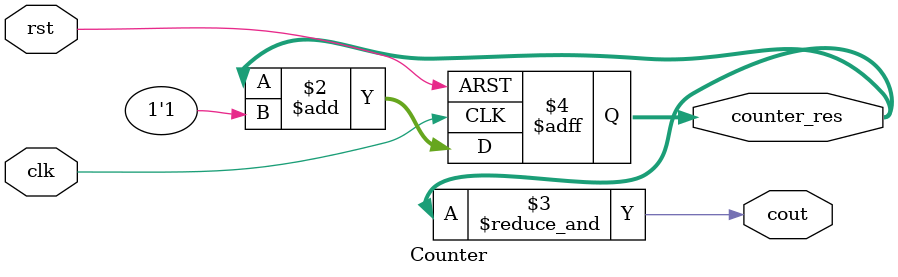
<source format=v>
module Counter (
    input clk,rst,
    output cout,
    output reg [7:0] counter_res
);
    always @(posedge clk, posedge rst) begin
        if (rst)
            counter_res = 8'b0;
        else
            counter_res = counter_res + 1'b1;
    end
    assign cout = &{counter_res};
endmodule
</source>
